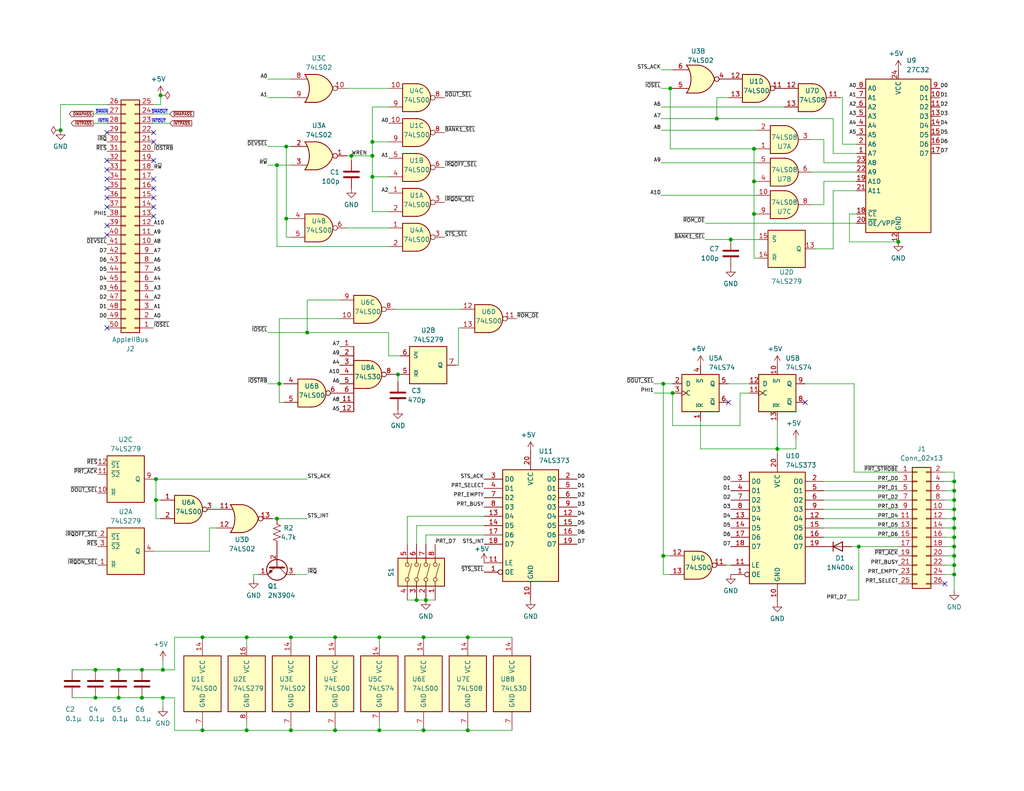
<source format=kicad_sch>
(kicad_sch (version 20230121) (generator eeschema)
  (paper "USLetter")
  (title_block (title "Orange Micro Grappler+ Printer Card") (date "2023-09-26") (rev "A") (comment 2 "captured by Mark Aikens") (comment 3 "by Orange Micro") (comment 4 "Apple II printer card"))
  (lib_symbols
    (symbol "74xx:74LS00" (pin_names (offset 1.016))
      (property "Reference" "U" (at 0 1.27 0))
      (property "Value" "74LS00" (at 0 -1.27 0))
      (symbol "74LS00_1_1"
        (pin input line (at -7.62 2.54 0) (length 3.81) (name "~") (number "1"))
        (pin input line (at -7.62 -2.54 0) (length 3.81) (name "~") (number "2"))
        (pin output inverted (at 7.62 0 180) (length 3.81) (name "~") (number "3"))
      )
      (symbol "74LS00_1_2"
        (pin input inverted (at -7.62 2.54 0) (length 4.318) (name "~") (number "1"))
        (pin input inverted (at -7.62 -2.54 0) (length 4.318) (name "~") (number "2"))
        (pin output line (at 7.62 0 180) (length 3.81) (name "~") (number "3"))
      )
      (symbol "74LS00_2_1"
        (pin input line (at -7.62 2.54 0) (length 3.81) (name "~") (number "4"))
        (pin input line (at -7.62 -2.54 0) (length 3.81) (name "~") (number "5"))
        (pin output inverted (at 7.62 0 180) (length 3.81) (name "~") (number "6"))
      )
      (symbol "74LS00_2_2"
        (pin input inverted (at -7.62 2.54 0) (length 4.318) (name "~") (number "4"))
        (pin input inverted (at -7.62 -2.54 0) (length 4.318) (name "~") (number "5"))
        (pin output line (at 7.62 0 180) (length 3.81) (name "~") (number "6"))
      )
      (symbol "74LS00_3_1"
        (pin input line (at -7.62 -2.54 0) (length 3.81) (name "~") (number "10"))
        (pin output inverted (at 7.62 0 180) (length 3.81) (name "~") (number "8"))
        (pin input line (at -7.62 2.54 0) (length 3.81) (name "~") (number "9"))
      )
      (symbol "74LS00_3_2"
        (pin input inverted (at -7.62 -2.54 0) (length 4.318) (name "~") (number "10"))
        (pin output line (at 7.62 0 180) (length 3.81) (name "~") (number "8"))
        (pin input inverted (at -7.62 2.54 0) (length 4.318) (name "~") (number "9"))
      )
      (symbol "74LS00_4_1"
        (pin output inverted (at 7.62 0 180) (length 3.81) (name "~") (number "11"))
        (pin input line (at -7.62 2.54 0) (length 3.81) (name "~") (number "12"))
        (pin input line (at -7.62 -2.54 0) (length 3.81) (name "~") (number "13"))
      )
      (symbol "74LS00_4_2"
        (pin output line (at 7.62 0 180) (length 3.81) (name "~") (number "11"))
        (pin input inverted (at -7.62 2.54 0) (length 4.318) (name "~") (number "12"))
        (pin input inverted (at -7.62 -2.54 0) (length 4.318) (name "~") (number "13"))
      )
      (symbol "74LS00_5_0"
        (pin power_in line (at 0 12.7 270) (length 5.08) (name "VCC") (number "14"))
        (pin power_in line (at 0 -12.7 90) (length 5.08) (name "GND") (number "7"))
      )
    )
    (symbol "74xx:74LS02" (pin_names (offset 1.016))
      (property "Reference" "U" (at 0 1.27 0))
      (property "Value" "74LS02" (at 0 -1.27 0))
      (symbol "74LS02_1_1"
        (pin output inverted (at 7.62 0 180) (length 3.81) (name "~") (number "1"))
        (pin input line (at -7.62 2.54 0) (length 4.318) (name "~") (number "2"))
        (pin input line (at -7.62 -2.54 0) (length 4.318) (name "~") (number "3"))
      )
      (symbol "74LS02_1_2"
        (pin output line (at 7.62 0 180) (length 3.81) (name "~") (number "1"))
        (pin input inverted (at -7.62 2.54 0) (length 3.81) (name "~") (number "2"))
        (pin input inverted (at -7.62 -2.54 0) (length 3.81) (name "~") (number "3"))
      )
      (symbol "74LS02_2_1"
        (pin output inverted (at 7.62 0 180) (length 3.81) (name "~") (number "4"))
        (pin input line (at -7.62 2.54 0) (length 4.318) (name "~") (number "5"))
        (pin input line (at -7.62 -2.54 0) (length 4.318) (name "~") (number "6"))
      )
      (symbol "74LS02_2_2"
        (pin output line (at 7.62 0 180) (length 3.81) (name "~") (number "4"))
        (pin input inverted (at -7.62 2.54 0) (length 3.81) (name "~") (number "5"))
        (pin input inverted (at -7.62 -2.54 0) (length 3.81) (name "~") (number "6"))
      )
      (symbol "74LS02_3_1"
        (pin output inverted (at 7.62 0 180) (length 3.81) (name "~") (number "10"))
        (pin input line (at -7.62 2.54 0) (length 4.318) (name "~") (number "8"))
        (pin input line (at -7.62 -2.54 0) (length 4.318) (name "~") (number "9"))
      )
      (symbol "74LS02_3_2"
        (pin output line (at 7.62 0 180) (length 3.81) (name "~") (number "10"))
        (pin input inverted (at -7.62 2.54 0) (length 3.81) (name "~") (number "8"))
        (pin input inverted (at -7.62 -2.54 0) (length 3.81) (name "~") (number "9"))
      )
      (symbol "74LS02_4_1"
        (pin input line (at -7.62 2.54 0) (length 4.318) (name "~") (number "11"))
        (pin input line (at -7.62 -2.54 0) (length 4.318) (name "~") (number "12"))
        (pin output inverted (at 7.62 0 180) (length 3.81) (name "~") (number "13"))
      )
      (symbol "74LS02_4_2"
        (pin input inverted (at -7.62 2.54 0) (length 3.81) (name "~") (number "11"))
        (pin input inverted (at -7.62 -2.54 0) (length 3.81) (name "~") (number "12"))
        (pin output line (at 7.62 0 180) (length 3.81) (name "~") (number "13"))
      )
      (symbol "74LS02_5_0"
        (pin power_in line (at 0 12.7 270) (length 5.08) (name "VCC") (number "14"))
        (pin power_in line (at 0 -12.7 90) (length 5.08) (name "GND") (number "7"))
      )
    )
    (symbol "74xx:74LS08" (pin_names (offset 1.016))
      (property "Reference" "U" (at 0 1.27 0))
      (property "Value" "74LS08" (at 0 -1.27 0))
      (symbol "74LS08_1_1"
        (pin input line (at -7.62 2.54 0) (length 3.81) (name "~") (number "1"))
        (pin input line (at -7.62 -2.54 0) (length 3.81) (name "~") (number "2"))
        (pin output line (at 7.62 0 180) (length 3.81) (name "~") (number "3"))
      )
      (symbol "74LS08_1_2"
        (pin input inverted (at -7.62 2.54 0) (length 4.318) (name "~") (number "1"))
        (pin input inverted (at -7.62 -2.54 0) (length 4.318) (name "~") (number "2"))
        (pin output inverted (at 7.62 0 180) (length 3.81) (name "~") (number "3"))
      )
      (symbol "74LS08_2_1"
        (pin input line (at -7.62 2.54 0) (length 3.81) (name "~") (number "4"))
        (pin input line (at -7.62 -2.54 0) (length 3.81) (name "~") (number "5"))
        (pin output line (at 7.62 0 180) (length 3.81) (name "~") (number "6"))
      )
      (symbol "74LS08_2_2"
        (pin input inverted (at -7.62 2.54 0) (length 4.318) (name "~") (number "4"))
        (pin input inverted (at -7.62 -2.54 0) (length 4.318) (name "~") (number "5"))
        (pin output inverted (at 7.62 0 180) (length 3.81) (name "~") (number "6"))
      )
      (symbol "74LS08_3_1"
        (pin input line (at -7.62 -2.54 0) (length 3.81) (name "~") (number "10"))
        (pin output line (at 7.62 0 180) (length 3.81) (name "~") (number "8"))
        (pin input line (at -7.62 2.54 0) (length 3.81) (name "~") (number "9"))
      )
      (symbol "74LS08_3_2"
        (pin input inverted (at -7.62 -2.54 0) (length 4.318) (name "~") (number "10"))
        (pin output inverted (at 7.62 0 180) (length 3.81) (name "~") (number "8"))
        (pin input inverted (at -7.62 2.54 0) (length 4.318) (name "~") (number "9"))
      )
      (symbol "74LS08_4_1"
        (pin output line (at 7.62 0 180) (length 3.81) (name "~") (number "11"))
        (pin input line (at -7.62 2.54 0) (length 3.81) (name "~") (number "12"))
        (pin input line (at -7.62 -2.54 0) (length 3.81) (name "~") (number "13"))
      )
      (symbol "74LS08_4_2"
        (pin output inverted (at 7.62 0 180) (length 3.81) (name "~") (number "11"))
        (pin input inverted (at -7.62 2.54 0) (length 4.318) (name "~") (number "12"))
        (pin input inverted (at -7.62 -2.54 0) (length 4.318) (name "~") (number "13"))
      )
      (symbol "74LS08_5_0"
        (pin power_in line (at 0 12.7 270) (length 5.08) (name "VCC") (number "14"))
        (pin power_in line (at 0 -12.7 90) (length 5.08) (name "GND") (number "7"))
      )
    )
    (symbol "74xx:74LS30" (pin_names (offset 1.016))
      (property "Reference" "U" (at 0 1.27 0))
      (property "Value" "74LS30" (at 0 -1.27 0))
      (symbol "74LS30_1_1"
        (pin input line (at -7.62 7.62 0) (length 3.81) (name "~") (number "1"))
        (pin input line (at -7.62 -7.62 0) (length 3.81) (name "~") (number "11"))
        (pin input line (at -7.62 -10.16 0) (length 3.81) (name "~") (number "12"))
        (pin input line (at -7.62 5.08 0) (length 3.81) (name "~") (number "2"))
        (pin input line (at -7.62 2.54 0) (length 3.81) (name "~") (number "3"))
        (pin input line (at -7.62 0 0) (length 3.81) (name "~") (number "4"))
        (pin input line (at -7.62 -2.54 0) (length 3.81) (name "~") (number "5"))
        (pin input line (at -7.62 -5.08 0) (length 3.81) (name "~") (number "6"))
        (pin output inverted (at 7.62 0 180) (length 3.81) (name "~") (number "8"))
      )
      (symbol "74LS30_1_2"
        (pin input inverted (at -7.62 7.62 0) (length 3.81) (name "~") (number "1"))
        (pin input inverted (at -7.62 -7.62 0) (length 3.81) (name "~") (number "11"))
        (pin input inverted (at -7.62 -10.16 0) (length 3.81) (name "~") (number "12"))
        (pin input inverted (at -7.62 5.08 0) (length 3.81) (name "~") (number "2"))
        (pin input inverted (at -7.62 2.54 0) (length 4.5466) (name "~") (number "3"))
        (pin input inverted (at -7.62 0 0) (length 5.08) (name "~") (number "4"))
        (pin input inverted (at -7.62 -2.54 0) (length 4.5466) (name "~") (number "5"))
        (pin input inverted (at -7.62 -5.08 0) (length 3.81) (name "~") (number "6"))
        (pin output line (at 7.62 0 180) (length 3.81) (name "~") (number "8"))
      )
      (symbol "74LS30_2_0"
        (pin power_in line (at 0 12.7 270) (length 5.08) (name "VCC") (number "14"))
        (pin power_in line (at 0 -12.7 90) (length 5.08) (name "GND") (number "7"))
      )
    )
    (symbol "74xx:74LS373"
      (property "Reference" "U" (at -7.62 16.51 0))
      (property "Value" "74LS373" (at -7.62 -16.51 0))
      (symbol "74LS373_1_0"
        (pin input inverted (at -12.7 -12.7 0) (length 5.08) (name "OE") (number "1"))
        (pin power_in line (at 0 -20.32 90) (length 5.08) (name "GND") (number "10"))
        (pin input line (at -12.7 -10.16 0) (length 5.08) (name "LE") (number "11"))
        (pin tri_state line (at 12.7 2.54 180) (length 5.08) (name "O4") (number "12"))
        (pin input line (at -12.7 2.54 0) (length 5.08) (name "D4") (number "13"))
        (pin input line (at -12.7 0 0) (length 5.08) (name "D5") (number "14"))
        (pin tri_state line (at 12.7 0 180) (length 5.08) (name "O5") (number "15"))
        (pin tri_state line (at 12.7 -2.54 180) (length 5.08) (name "O6") (number "16"))
        (pin input line (at -12.7 -2.54 0) (length 5.08) (name "D6") (number "17"))
        (pin input line (at -12.7 -5.08 0) (length 5.08) (name "D7") (number "18"))
        (pin tri_state line (at 12.7 -5.08 180) (length 5.08) (name "O7") (number "19"))
        (pin tri_state line (at 12.7 12.7 180) (length 5.08) (name "O0") (number "2"))
        (pin power_in line (at 0 20.32 270) (length 5.08) (name "VCC") (number "20"))
        (pin input line (at -12.7 12.7 0) (length 5.08) (name "D0") (number "3"))
        (pin input line (at -12.7 10.16 0) (length 5.08) (name "D1") (number "4"))
        (pin tri_state line (at 12.7 10.16 180) (length 5.08) (name "O1") (number "5"))
        (pin tri_state line (at 12.7 7.62 180) (length 5.08) (name "O2") (number "6"))
        (pin input line (at -12.7 7.62 0) (length 5.08) (name "D2") (number "7"))
        (pin input line (at -12.7 5.08 0) (length 5.08) (name "D3") (number "8"))
        (pin tri_state line (at 12.7 5.08 180) (length 5.08) (name "O3") (number "9"))
      )
    )
    (symbol "74xx:74LS74" (pin_names (offset 1.016))
      (property "Reference" "U" (at -7.62 8.89 0))
      (property "Value" "74LS74" (at -7.62 -8.89 0))
      (symbol "74LS74_1_0"
        (pin input line (at 0 -7.62 90) (length 2.54) (name "~{R}") (number "1"))
        (pin input line (at -7.62 2.54 0) (length 2.54) (name "D") (number "2"))
        (pin input clock (at -7.62 0 0) (length 2.54) (name "C") (number "3"))
        (pin input line (at 0 7.62 270) (length 2.54) (name "~{S}") (number "4"))
        (pin output line (at 7.62 2.54 180) (length 2.54) (name "Q") (number "5"))
        (pin output line (at 7.62 -2.54 180) (length 2.54) (name "~{Q}") (number "6"))
      )
      (symbol "74LS74_2_0"
        (pin input line (at 0 7.62 270) (length 2.54) (name "~{S}") (number "10"))
        (pin input clock (at -7.62 0 0) (length 2.54) (name "C") (number "11"))
        (pin input line (at -7.62 2.54 0) (length 2.54) (name "D") (number "12"))
        (pin input line (at 0 -7.62 90) (length 2.54) (name "~{R}") (number "13"))
        (pin output line (at 7.62 -2.54 180) (length 2.54) (name "~{Q}") (number "8"))
        (pin output line (at 7.62 2.54 180) (length 2.54) (name "Q") (number "9"))
      )
      (symbol "74LS74_3_0"
        (pin power_in line (at 0 10.16 270) (length 2.54) (name "VCC") (number "14"))
        (pin power_in line (at 0 -10.16 90) (length 2.54) (name "GND") (number "7"))
      )
    )
    (symbol "Connector_Generic:Conn_02x13_Odd_Even" (pin_names (offset 1.016) hide)
      (property "Reference" "J" (at 1.27 17.78 0))
      (property "Value" "Conn_02x13_Odd_Even" (at 1.27 -17.78 0))
      (symbol "Conn_02x13_Odd_Even_1_1"
        (pin passive line (at -5.08 15.24 0) (length 3.81) (name "Pin_1") (number "1"))
        (pin passive line (at 7.62 5.08 180) (length 3.81) (name "Pin_10") (number "10"))
        (pin passive line (at -5.08 2.54 0) (length 3.81) (name "Pin_11") (number "11"))
        (pin passive line (at 7.62 2.54 180) (length 3.81) (name "Pin_12") (number "12"))
        (pin passive line (at -5.08 0 0) (length 3.81) (name "Pin_13") (number "13"))
        (pin passive line (at 7.62 0 180) (length 3.81) (name "Pin_14") (number "14"))
        (pin passive line (at -5.08 -2.54 0) (length 3.81) (name "Pin_15") (number "15"))
        (pin passive line (at 7.62 -2.54 180) (length 3.81) (name "Pin_16") (number "16"))
        (pin passive line (at -5.08 -5.08 0) (length 3.81) (name "Pin_17") (number "17"))
        (pin passive line (at 7.62 -5.08 180) (length 3.81) (name "Pin_18") (number "18"))
        (pin passive line (at -5.08 -7.62 0) (length 3.81) (name "Pin_19") (number "19"))
        (pin passive line (at 7.62 15.24 180) (length 3.81) (name "Pin_2") (number "2"))
        (pin passive line (at 7.62 -7.62 180) (length 3.81) (name "Pin_20") (number "20"))
        (pin passive line (at -5.08 -10.16 0) (length 3.81) (name "Pin_21") (number "21"))
        (pin passive line (at 7.62 -10.16 180) (length 3.81) (name "Pin_22") (number "22"))
        (pin passive line (at -5.08 -12.7 0) (length 3.81) (name "Pin_23") (number "23"))
        (pin passive line (at 7.62 -12.7 180) (length 3.81) (name "Pin_24") (number "24"))
        (pin passive line (at -5.08 -15.24 0) (length 3.81) (name "Pin_25") (number "25"))
        (pin passive line (at 7.62 -15.24 180) (length 3.81) (name "Pin_26") (number "26"))
        (pin passive line (at -5.08 12.7 0) (length 3.81) (name "Pin_3") (number "3"))
        (pin passive line (at 7.62 12.7 180) (length 3.81) (name "Pin_4") (number "4"))
        (pin passive line (at -5.08 10.16 0) (length 3.81) (name "Pin_5") (number "5"))
        (pin passive line (at 7.62 10.16 180) (length 3.81) (name "Pin_6") (number "6"))
        (pin passive line (at -5.08 7.62 0) (length 3.81) (name "Pin_7") (number "7"))
        (pin passive line (at 7.62 7.62 180) (length 3.81) (name "Pin_8") (number "8"))
        (pin passive line (at -5.08 5.08 0) (length 3.81) (name "Pin_9") (number "9"))
      )
    )
    (symbol "Connector_Generic:Conn_02x25_Counter_Clockwise" (pin_names (offset 1.016) hide)
      (property "Reference" "J" (at 1.27 33.02 0))
      (property "Value" "Conn_02x25_Counter_Clockwise" (at 1.27 -33.02 0))
      (symbol "Conn_02x25_Counter_Clockwise_1_1"
        (pin passive line (at -5.08 30.48 0) (length 3.81) (name "Pin_1") (number "1"))
        (pin passive line (at -5.08 7.62 0) (length 3.81) (name "Pin_10") (number "10"))
        (pin passive line (at -5.08 5.08 0) (length 3.81) (name "Pin_11") (number "11"))
        (pin passive line (at -5.08 2.54 0) (length 3.81) (name "Pin_12") (number "12"))
        (pin passive line (at -5.08 0 0) (length 3.81) (name "Pin_13") (number "13"))
        (pin passive line (at -5.08 -2.54 0) (length 3.81) (name "Pin_14") (number "14"))
        (pin passive line (at -5.08 -5.08 0) (length 3.81) (name "Pin_15") (number "15"))
        (pin passive line (at -5.08 -7.62 0) (length 3.81) (name "Pin_16") (number "16"))
        (pin passive line (at -5.08 -10.16 0) (length 3.81) (name "Pin_17") (number "17"))
        (pin passive line (at -5.08 -12.7 0) (length 3.81) (name "Pin_18") (number "18"))
        (pin passive line (at -5.08 -15.24 0) (length 3.81) (name "Pin_19") (number "19"))
        (pin passive line (at -5.08 27.94 0) (length 3.81) (name "Pin_2") (number "2"))
        (pin passive line (at -5.08 -17.78 0) (length 3.81) (name "Pin_20") (number "20"))
        (pin passive line (at -5.08 -20.32 0) (length 3.81) (name "Pin_21") (number "21"))
        (pin passive line (at -5.08 -22.86 0) (length 3.81) (name "Pin_22") (number "22"))
        (pin passive line (at -5.08 -25.4 0) (length 3.81) (name "Pin_23") (number "23"))
        (pin passive line (at -5.08 -27.94 0) (length 3.81) (name "Pin_24") (number "24"))
        (pin passive line (at -5.08 -30.48 0) (length 3.81) (name "Pin_25") (number "25"))
        (pin passive line (at 7.62 -30.48 180) (length 3.81) (name "Pin_26") (number "26"))
        (pin passive line (at 7.62 -27.94 180) (length 3.81) (name "Pin_27") (number "27"))
        (pin passive line (at 7.62 -25.4 180) (length 3.81) (name "Pin_28") (number "28"))
        (pin passive line (at 7.62 -22.86 180) (length 3.81) (name "Pin_29") (number "29"))
        (pin passive line (at -5.08 25.4 0) (length 3.81) (name "Pin_3") (number "3"))
        (pin passive line (at 7.62 -20.32 180) (length 3.81) (name "Pin_30") (number "30"))
        (pin passive line (at 7.62 -17.78 180) (length 3.81) (name "Pin_31") (number "31"))
        (pin passive line (at 7.62 -15.24 180) (length 3.81) (name "Pin_32") (number "32"))
        (pin passive line (at 7.62 -12.7 180) (length 3.81) (name "Pin_33") (number "33"))
        (pin passive line (at 7.62 -10.16 180) (length 3.81) (name "Pin_34") (number "34"))
        (pin passive line (at 7.62 -7.62 180) (length 3.81) (name "Pin_35") (number "35"))
        (pin passive line (at 7.62 -5.08 180) (length 3.81) (name "Pin_36") (number "36"))
        (pin passive line (at 7.62 -2.54 180) (length 3.81) (name "Pin_37") (number "37"))
        (pin passive line (at 7.62 0 180) (length 3.81) (name "Pin_38") (number "38"))
        (pin passive line (at 7.62 2.54 180) (length 3.81) (name "Pin_39") (number "39"))
        (pin passive line (at -5.08 22.86 0) (length 3.81) (name "Pin_4") (number "4"))
        (pin passive line (at 7.62 5.08 180) (length 3.81) (name "Pin_40") (number "40"))
        (pin passive line (at 7.62 7.62 180) (length 3.81) (name "Pin_41") (number "41"))
        (pin passive line (at 7.62 10.16 180) (length 3.81) (name "Pin_42") (number "42"))
        (pin passive line (at 7.62 12.7 180) (length 3.81) (name "Pin_43") (number "43"))
        (pin passive line (at 7.62 15.24 180) (length 3.81) (name "Pin_44") (number "44"))
        (pin passive line (at 7.62 17.78 180) (length 3.81) (name "Pin_45") (number "45"))
        (pin passive line (at 7.62 20.32 180) (length 3.81) (name "Pin_46") (number "46"))
        (pin passive line (at 7.62 22.86 180) (length 3.81) (name "Pin_47") (number "47"))
        (pin passive line (at 7.62 25.4 180) (length 3.81) (name "Pin_48") (number "48"))
        (pin passive line (at 7.62 27.94 180) (length 3.81) (name "Pin_49") (number "49"))
        (pin passive line (at -5.08 20.32 0) (length 3.81) (name "Pin_5") (number "5"))
        (pin passive line (at 7.62 30.48 180) (length 3.81) (name "Pin_50") (number "50"))
        (pin passive line (at -5.08 17.78 0) (length 3.81) (name "Pin_6") (number "6"))
        (pin passive line (at -5.08 15.24 0) (length 3.81) (name "Pin_7") (number "7"))
        (pin passive line (at -5.08 12.7 0) (length 3.81) (name "Pin_8") (number "8"))
        (pin passive line (at -5.08 10.16 0) (length 3.81) (name "Pin_9") (number "9"))
      )
    )
    (symbol "Device:C" (pin_numbers hide) (pin_names (offset 0.254))
      (property "Reference" "C" (at 0.635 2.54 0))
      (property "Value" "C" (at 0.635 -2.54 0))
      (symbol "C_1_1"
        (pin passive line (at 0 3.81 270) (length 2.794) (name "~") (number "1"))
        (pin passive line (at 0 -3.81 90) (length 2.794) (name "~") (number "2"))
      )
    )
    (symbol "Device:D" (pin_numbers hide) (pin_names (offset 1.016) hide)
      (property "Reference" "D" (at 0 2.54 0))
      (property "Value" "D" (at 0 -2.54 0))
      (symbol "D_1_1"
        (pin passive line (at -3.81 0 0) (length 2.54) (name "K") (number "1"))
        (pin passive line (at 3.81 0 180) (length 2.54) (name "A") (number "2"))
      )
    )
    (symbol "Device:R_US" (pin_numbers hide) (pin_names (offset 0))
      (property "Reference" "R" (at 2.54 0 90))
      (property "Value" "R_US" (at -2.54 0 90))
      (symbol "R_US_1_1"
        (pin passive line (at 0 3.81 270) (length 1.27) (name "~") (number "1"))
        (pin passive line (at 0 -3.81 90) (length 1.27) (name "~") (number "2"))
      )
    )
    (symbol "Logic:74LS279" (pin_names (offset 1.016))
      (property "Reference" "U" (at -10.16 7.62 0))
      (property "Value" "74LS279" (at -7.62 -8.89 0))
      (symbol "74LS279_1_0"
        (pin input line (at -7.62 -3.81 0) (length 2.54) (name "~{R}") (number "1"))
        (pin input line (at -7.62 3.81 0) (length 2.54) (name "~{S1}") (number "2"))
        (pin input line (at -7.62 1.27 0) (length 2.54) (name "~{S2}") (number "3"))
        (pin output line (at 7.62 0 180) (length 2.54) (name "Q") (number "4"))
      )
      (symbol "74LS279_2_0"
        (pin input line (at -7.62 -2.54 0) (length 2.54) (name "~{R}") (number "5"))
        (pin input line (at -7.62 2.54 0) (length 2.54) (name "~{S}") (number "6"))
        (pin output line (at 7.62 0 180) (length 2.54) (name "Q") (number "7"))
      )
      (symbol "74LS279_3_0"
        (pin input line (at -7.62 -3.81 0) (length 2.54) (name "~{R}") (number "10"))
        (pin input line (at -7.62 1.27 0) (length 2.54) (name "~{S2}") (number "11"))
        (pin input line (at -7.62 3.81 0) (length 2.54) (name "~{S1}") (number "12"))
        (pin output line (at 7.62 0 180) (length 2.54) (name "Q") (number "9"))
      )
      (symbol "74LS279_4_0"
        (pin output line (at 7.62 0 180) (length 2.54) (name "Q") (number "13"))
        (pin input line (at -7.62 -2.54 0) (length 2.54) (name "~{R}") (number "14"))
        (pin input line (at -7.62 2.54 0) (length 2.54) (name "~{S}") (number "15"))
      )
      (symbol "74LS279_5_0"
        (pin power_in line (at 0 10.16 270) (length 2.54) (name "VCC") (number "16"))
        (pin power_in line (at 0 -10.16 90) (length 2.54) (name "GND") (number "8"))
      )
    )
    (symbol "Memory:27C32"
      (property "Reference" "U" (at -7.62 24.13 0))
      (property "Value" "27C32" (at 2.54 -20.32 0))
      (symbol "27C32_1_1"
        (pin input line (at -10.16 2.54 0) (length 2.54) (name "A7") (number "1"))
        (pin tri_state line (at 12.7 17.78 180) (length 2.54) (name "D1") (number "10"))
        (pin tri_state line (at 12.7 15.24 180) (length 2.54) (name "D2") (number "11"))
        (pin power_in line (at 1.27 -21.59 90) (length 2.54) (name "GND") (number "12"))
        (pin tri_state line (at 12.7 12.7 180) (length 2.54) (name "D3") (number "13"))
        (pin tri_state line (at 12.7 10.16 180) (length 2.54) (name "D4") (number "14"))
        (pin tri_state line (at 12.7 7.62 180) (length 2.54) (name "D5") (number "15"))
        (pin tri_state line (at 12.7 5.08 180) (length 2.54) (name "D6") (number "16"))
        (pin tri_state line (at 12.7 2.54 180) (length 2.54) (name "D7") (number "17"))
        (pin input line (at -10.16 -13.97 0) (length 2.54) (name "~{CE}") (number "18"))
        (pin input line (at -10.16 -5.08 0) (length 2.54) (name "A10") (number "19"))
        (pin input line (at -10.16 5.08 0) (length 2.54) (name "A6") (number "2"))
        (pin input line (at -10.16 -16.51 0) (length 2.54) (name "~{OE}/VPP") (number "20"))
        (pin input line (at -10.16 -7.62 0) (length 2.54) (name "A11") (number "21"))
        (pin input line (at -10.16 -2.54 0) (length 2.54) (name "A9") (number "22"))
        (pin input line (at -10.16 0 0) (length 2.54) (name "A8") (number "23"))
        (pin power_in line (at 1.27 25.4 270) (length 2.54) (name "VCC") (number "24"))
        (pin input line (at -10.16 7.62 0) (length 2.54) (name "A5") (number "3"))
        (pin input line (at -10.16 10.16 0) (length 2.54) (name "A4") (number "4"))
        (pin input line (at -10.16 12.7 0) (length 2.54) (name "A3") (number "5"))
        (pin input line (at -10.16 15.24 0) (length 2.54) (name "A2") (number "6"))
        (pin input line (at -10.16 17.78 0) (length 2.54) (name "A1") (number "7"))
        (pin input line (at -10.16 20.32 0) (length 2.54) (name "A0") (number "8"))
        (pin tri_state line (at 12.7 20.32 180) (length 2.54) (name "D0") (number "9"))
      )
    )
    (symbol "Switch:SW_DIP_x04" (pin_names (offset 0) hide)
      (property "Reference" "SW" (at 0 8.89 0))
      (property "Value" "SW_DIP_x04" (at 0 -6.35 0))
      (symbol "SW_DIP_x04_1_1"
        (pin passive line (at -7.62 5.08 0) (length 5.08) (name "~") (number "1"))
        (pin passive line (at -7.62 2.54 0) (length 5.08) (name "~") (number "2"))
        (pin passive line (at -7.62 0 0) (length 5.08) (name "~") (number "3"))
        (pin passive line (at -7.62 -2.54 0) (length 5.08) (name "~") (number "4"))
        (pin passive line (at 7.62 -2.54 180) (length 5.08) (name "~") (number "5"))
        (pin passive line (at 7.62 0 180) (length 5.08) (name "~") (number "6"))
        (pin passive line (at 7.62 2.54 180) (length 5.08) (name "~") (number "7"))
        (pin passive line (at 7.62 5.08 180) (length 5.08) (name "~") (number "8"))
      )
    )
    (symbol "Transistor_BJT:2N3904" (pin_names (offset 0) hide)
      (property "Reference" "Q" (at 5.08 1.905 0))
      (property "Value" "2N3904" (at 5.08 0 0))
      (symbol "2N3904_1_1"
        (pin passive line (at 2.54 -5.08 90) (length 2.54) (name "E") (number "1"))
        (pin passive line (at -5.08 0 0) (length 5.715) (name "B") (number "2"))
        (pin passive line (at 2.54 5.08 270) (length 2.54) (name "C") (number "3"))
      )
    )
    (symbol "power:+5V" (power) (pin_names (offset 0))
      (property "Value" "+5V" (at 0 3.556 0))
      (symbol "+5V_1_1"
        (pin power_in line (at 0 0 90) (length 0) hide (name "+5V") (number "1"))
      )
    )
    (symbol "power:GND" (power) (pin_names (offset 0))
      (property "Value" "GND" (at 0 -3.81 0))
      (symbol "GND_1_1"
        (pin power_in line (at 0 0 270) (length 0) hide (name "GND") (number "1"))
      )
    )
    (symbol "power:PWR_FLAG" (power) (pin_numbers hide) (pin_names (offset 0) hide)
      (property "Value" "PWR_FLAG" (at 0 3.81 0))
      (symbol "PWR_FLAG_0_0"
        (pin power_out line (at 0 0 90) (length 0) (name "pwr") (number "1"))
      )
    )
  )
  (junction (at 55.245 199.39))
  (junction (at 260.35 154.305))
  (junction (at 127.635 173.99))
  (junction (at 75.565 45.085))
  (junction (at 43.815 26.035))
  (junction (at 260.35 136.525))
  (junction (at 44.45 182.88))
  (junction (at 103.505 173.99))
  (junction (at 42.545 136.525))
  (junction (at 103.505 199.39))
  (junction (at 67.31 173.99))
  (junction (at 127.635 199.39))
  (junction (at 32.385 190.5))
  (junction (at 101.6 42.545))
  (junction (at 108.585 102.235))
  (junction (at 260.35 133.985))
  (junction (at 260.35 139.065))
  (junction (at 55.245 173.99))
  (junction (at 205.74 58.42))
  (junction (at 260.35 149.225))
  (junction (at 260.35 151.765))
  (junction (at 182.88 24.13))
  (junction (at 113.665 163.83))
  (junction (at 32.385 182.88))
  (junction (at 76.2 104.775))
  (junction (at 91.44 199.39))
  (junction (at 180.975 151.765))
  (junction (at 67.31 199.39))
  (junction (at 116.205 163.83))
  (junction (at 101.6 48.26))
  (junction (at 26.035 190.5))
  (junction (at 199.39 65.405))
  (junction (at 115.57 173.99))
  (junction (at 212.09 122.555))
  (junction (at 78.105 40.005))
  (junction (at 44.45 190.5))
  (junction (at 260.35 131.445))
  (junction (at 95.885 42.545))
  (junction (at 75.565 141.605))
  (junction (at 180.975 104.775))
  (junction (at 245.11 66.04))
  (junction (at 79.375 199.39))
  (junction (at 26.035 182.88))
  (junction (at 205.74 40.64))
  (junction (at 260.35 146.685))
  (junction (at 234.315 149.225))
  (junction (at 78.105 59.69))
  (junction (at 195.58 32.385))
  (junction (at 79.375 173.99))
  (junction (at 16.51 35.56))
  (junction (at 101.6 38.735))
  (junction (at 83.82 90.805))
  (junction (at 115.57 199.39))
  (junction (at 205.74 49.53))
  (junction (at 260.35 144.145))
  (junction (at 38.735 190.5))
  (junction (at 260.35 141.605))
  (junction (at 183.515 107.315))
  (junction (at 42.545 130.81))
  (junction (at 38.735 182.88))
  (junction (at 91.44 173.99))
  (junction (at 260.35 156.845))
  (no_connect (at 257.81 159.385))
  (no_connect (at 29.21 43.815))
  (no_connect (at 29.21 48.895))
  (no_connect (at 41.91 59.055))
  (no_connect (at 29.21 89.535))
  (no_connect (at 29.21 53.975))
  (no_connect (at 29.21 61.595))
  (no_connect (at 219.71 109.855))
  (no_connect (at 29.21 64.135))
  (no_connect (at 41.91 56.515))
  (no_connect (at 29.21 51.435))
  (no_connect (at 198.755 109.855))
  (no_connect (at 29.21 56.515))
  (no_connect (at 41.91 43.815))
  (no_connect (at 41.91 51.435))
  (no_connect (at 41.91 36.195))
  (no_connect (at 41.91 38.735))
  (no_connect (at 29.21 36.195))
  (no_connect (at 41.91 48.895))
  (no_connect (at 29.21 46.355))
  (no_connect (at 41.91 53.975))
  (wire (pts (xy 180.34 19.05) (xy 183.515 19.05)))
  (wire (pts (xy 180.34 32.385) (xy 195.58 32.385)))
  (wire (pts (xy 127.635 173.99) (xy 139.7 173.99)))
  (wire (pts (xy 180.34 24.13) (xy 182.88 24.13)))
  (wire (pts (xy 106.045 90.805) (xy 106.045 97.155)))
  (wire (pts (xy 231.775 58.42) (xy 231.775 66.04)))
  (wire (pts (xy 191.135 122.555) (xy 191.135 114.935)))
  (wire (pts (xy 180.975 104.775) (xy 180.975 151.765)))
  (wire (pts (xy 232.41 149.225) (xy 234.315 149.225)))
  (wire (pts (xy 111.125 140.97) (xy 132.08 140.97)))
  (wire (pts (xy 77.47 104.775) (xy 76.2 104.775)))
  (wire (pts (xy 41.91 130.81) (xy 42.545 130.81)))
  (wire (pts (xy 260.35 139.065) (xy 260.35 141.605)))
  (wire (pts (xy 103.505 199.39) (xy 103.505 196.85)))
  (wire (pts (xy 103.505 199.39) (xy 115.57 199.39)))
  (wire (pts (xy 95.885 42.545) (xy 95.885 43.815)))
  (wire (pts (xy 73.025 90.805) (xy 83.82 90.805)))
  (wire (pts (xy 212.09 122.555) (xy 212.09 123.825)))
  (wire (pts (xy 227.33 32.385) (xy 227.33 41.91)))
  (wire (pts (xy 127.635 199.39) (xy 139.7 199.39)))
  (wire (pts (xy 76.2 109.855) (xy 76.2 104.775)))
  (wire (pts (xy 257.81 139.065) (xy 260.35 139.065)))
  (wire (pts (xy 101.6 38.735) (xy 106.045 38.735)))
  (wire (pts (xy 125.095 89.535) (xy 125.095 99.695)))
  (wire (pts (xy 69.215 156.845) (xy 69.215 158.115)))
  (wire (pts (xy 224.79 131.445) (xy 245.11 131.445)))
  (wire (pts (xy 224.79 136.525) (xy 245.11 136.525)))
  (wire (pts (xy 55.245 173.99) (xy 67.31 173.99)))
  (wire (pts (xy 227.33 67.945) (xy 222.25 67.945)))
  (wire (pts (xy 201.93 107.315) (xy 204.47 107.315)))
  (wire (pts (xy 257.81 133.985) (xy 260.35 133.985)))
  (wire (pts (xy 103.505 173.99) (xy 103.505 176.53)))
  (wire (pts (xy 182.88 40.64) (xy 205.74 40.64)))
  (wire (pts (xy 83.82 156.845) (xy 80.645 156.845)))
  (wire (pts (xy 199.39 65.405) (xy 207.01 65.405)))
  (wire (pts (xy 260.35 136.525) (xy 260.35 139.065)))
  (wire (pts (xy 79.375 199.39) (xy 91.44 199.39)))
  (wire (pts (xy 95.885 42.545) (xy 101.6 42.545)))
  (wire (pts (xy 79.375 173.99) (xy 67.31 173.99)))
  (wire (pts (xy 260.35 128.905) (xy 260.35 131.445)))
  (wire (pts (xy 47.625 190.5) (xy 47.625 199.39)))
  (wire (pts (xy 106.045 48.26) (xy 101.6 48.26)))
  (wire (pts (xy 221.615 46.99) (xy 233.68 46.99)))
  (wire (pts (xy 73.025 104.775) (xy 76.2 104.775)))
  (wire (pts (xy 94.615 42.545) (xy 95.885 42.545)))
  (wire (pts (xy 227.33 52.07) (xy 233.68 52.07)))
  (wire (pts (xy 101.6 42.545) (xy 101.6 38.735)))
  (wire (pts (xy 111.125 140.97) (xy 111.125 148.59)))
  (wire (pts (xy 74.295 141.605) (xy 75.565 141.605)))
  (wire (pts (xy 233.68 58.42) (xy 231.775 58.42)))
  (wire (pts (xy 257.81 151.765) (xy 260.35 151.765)))
  (wire (pts (xy 178.435 104.775) (xy 180.975 104.775)))
  (wire (pts (xy 116.205 146.05) (xy 116.205 148.59)))
  (wire (pts (xy 257.81 141.605) (xy 260.35 141.605)))
  (wire (pts (xy 67.31 199.39) (xy 67.31 196.85)))
  (wire (pts (xy 183.515 107.315) (xy 183.515 116.205)))
  (wire (pts (xy 32.385 190.5) (xy 38.735 190.5)))
  (wire (pts (xy 116.205 163.83) (xy 113.665 163.83)))
  (wire (pts (xy 180.34 35.56) (xy 206.375 35.56)))
  (wire (pts (xy 101.6 48.26) (xy 101.6 42.545)))
  (wire (pts (xy 205.74 58.42) (xy 205.74 70.485)))
  (wire (pts (xy 32.385 182.88) (xy 38.735 182.88)))
  (wire (pts (xy 229.235 26.67) (xy 229.87 26.67)))
  (wire (pts (xy 109.22 102.235) (xy 108.585 102.235)))
  (wire (pts (xy 201.93 107.315) (xy 201.93 116.205)))
  (wire (pts (xy 73.025 21.59) (xy 79.375 21.59)))
  (wire (pts (xy 94.615 24.13) (xy 106.045 24.13)))
  (wire (pts (xy 221.615 55.88) (xy 224.79 55.88)))
  (wire (pts (xy 180.34 44.45) (xy 206.375 44.45)))
  (wire (pts (xy 107.95 84.455) (xy 125.73 84.455)))
  (wire (pts (xy 260.35 151.765) (xy 260.35 154.305)))
  (wire (pts (xy 113.665 143.51) (xy 132.08 143.51)))
  (wire (pts (xy 25.4 31.115) (xy 29.21 31.115)))
  (wire (pts (xy 57.15 144.145) (xy 59.055 144.145)))
  (wire (pts (xy 116.205 146.05) (xy 132.08 146.05)))
  (wire (pts (xy 227.33 52.07) (xy 227.33 67.945)))
  (wire (pts (xy 260.35 156.845) (xy 260.35 161.29)))
  (wire (pts (xy 224.79 133.985) (xy 245.11 133.985)))
  (wire (pts (xy 217.17 122.555) (xy 212.09 122.555)))
  (wire (pts (xy 91.44 173.99) (xy 103.505 173.99)))
  (wire (pts (xy 257.81 146.685) (xy 260.35 146.685)))
  (wire (pts (xy 205.74 70.485) (xy 207.01 70.485)))
  (wire (pts (xy 75.565 67.31) (xy 106.045 67.31)))
  (wire (pts (xy 42.545 130.81) (xy 42.545 136.525)))
  (wire (pts (xy 42.545 130.81) (xy 83.82 130.81)))
  (wire (pts (xy 260.35 131.445) (xy 260.35 133.985)))
  (wire (pts (xy 118.745 163.83) (xy 116.205 163.83)))
  (wire (pts (xy 195.58 32.385) (xy 227.33 32.385)))
  (wire (pts (xy 260.35 144.145) (xy 260.35 146.685)))
  (wire (pts (xy 224.79 146.685) (xy 245.11 146.685)))
  (wire (pts (xy 224.79 38.1) (xy 221.615 38.1)))
  (wire (pts (xy 44.45 190.5) (xy 47.625 190.5)))
  (wire (pts (xy 195.58 26.67) (xy 195.58 32.385)))
  (wire (pts (xy 47.625 199.39) (xy 55.245 199.39)))
  (wire (pts (xy 57.15 150.495) (xy 57.15 144.145)))
  (wire (pts (xy 78.105 59.69) (xy 79.375 59.69)))
  (wire (pts (xy 78.105 40.005) (xy 79.375 40.005)))
  (wire (pts (xy 41.91 31.115) (xy 46.355 31.115)))
  (wire (pts (xy 25.4 33.655) (xy 29.21 33.655)))
  (wire (pts (xy 206.375 40.64) (xy 205.74 40.64)))
  (wire (pts (xy 42.545 136.525) (xy 43.815 136.525)))
  (wire (pts (xy 231.14 163.83) (xy 234.315 163.83)))
  (wire (pts (xy 42.545 141.605) (xy 43.815 141.605)))
  (wire (pts (xy 67.31 199.39) (xy 79.375 199.39)))
  (wire (pts (xy 212.09 114.935) (xy 212.09 122.555)))
  (wire (pts (xy 260.35 141.605) (xy 260.35 144.145)))
  (wire (pts (xy 125.095 99.695) (xy 124.46 99.695)))
  (wire (pts (xy 106.045 29.21) (xy 101.6 29.21)))
  (wire (pts (xy 43.815 26.035) (xy 43.815 28.575)))
  (wire (pts (xy 73.025 40.005) (xy 78.105 40.005)))
  (wire (pts (xy 229.87 39.37) (xy 233.68 39.37)))
  (wire (pts (xy 192.405 60.96) (xy 233.68 60.96)))
  (wire (pts (xy 108.585 102.235) (xy 107.95 102.235)))
  (wire (pts (xy 260.35 149.225) (xy 260.35 151.765)))
  (wire (pts (xy 257.81 136.525) (xy 260.35 136.525)))
  (wire (pts (xy 101.6 57.785) (xy 106.045 57.785)))
  (wire (pts (xy 44.45 193.04) (xy 44.45 190.5)))
  (wire (pts (xy 260.35 146.685) (xy 260.35 149.225)))
  (wire (pts (xy 180.975 151.765) (xy 182.88 151.765)))
  (wire (pts (xy 83.82 90.805) (xy 106.045 90.805)))
  (wire (pts (xy 180.34 29.21) (xy 213.995 29.21)))
  (wire (pts (xy 233.045 128.905) (xy 245.11 128.905)))
  (wire (pts (xy 55.245 199.39) (xy 67.31 199.39)))
  (wire (pts (xy 257.81 131.445) (xy 260.35 131.445)))
  (wire (pts (xy 260.35 154.305) (xy 260.35 156.845)))
  (wire (pts (xy 224.79 55.88) (xy 224.79 49.53)))
  (wire (pts (xy 16.51 28.575) (xy 16.51 35.56)))
  (wire (pts (xy 198.12 154.305) (xy 199.39 154.305)))
  (wire (pts (xy 257.81 149.225) (xy 260.35 149.225)))
  (wire (pts (xy 260.35 156.845) (xy 257.81 156.845)))
  (wire (pts (xy 234.315 149.225) (xy 234.315 163.83)))
  (wire (pts (xy 224.79 139.065) (xy 245.11 139.065)))
  (wire (pts (xy 205.74 49.53) (xy 206.375 49.53)))
  (wire (pts (xy 234.315 149.225) (xy 245.11 149.225)))
  (wire (pts (xy 224.79 144.145) (xy 245.11 144.145)))
  (wire (pts (xy 67.31 173.99) (xy 67.31 176.53)))
  (wire (pts (xy 73.025 26.67) (xy 79.375 26.67)))
  (wire (pts (xy 224.79 49.53) (xy 233.68 49.53)))
  (wire (pts (xy 47.625 173.99) (xy 47.625 182.88)))
  (wire (pts (xy 125.73 89.535) (xy 125.095 89.535)))
  (wire (pts (xy 76.2 86.995) (xy 92.71 86.995)))
  (wire (pts (xy 260.35 133.985) (xy 260.35 136.525)))
  (wire (pts (xy 257.81 128.905) (xy 260.35 128.905)))
  (wire (pts (xy 108.585 102.235) (xy 108.585 104.14)))
  (wire (pts (xy 41.91 150.495) (xy 57.15 150.495)))
  (wire (pts (xy 219.71 104.775) (xy 233.045 104.775)))
  (wire (pts (xy 233.045 104.775) (xy 233.045 128.905)))
  (wire (pts (xy 192.405 65.405) (xy 199.39 65.405)))
  (wire (pts (xy 78.105 64.77) (xy 79.375 64.77)))
  (wire (pts (xy 19.685 182.88) (xy 26.035 182.88)))
  (wire (pts (xy 229.87 26.67) (xy 229.87 39.37)))
  (wire (pts (xy 106.045 97.155) (xy 109.22 97.155)))
  (wire (pts (xy 75.565 45.085) (xy 79.375 45.085)))
  (wire (pts (xy 115.57 173.99) (xy 103.505 173.99)))
  (wire (pts (xy 55.245 173.99) (xy 47.625 173.99)))
  (wire (pts (xy 180.34 53.34) (xy 206.375 53.34)))
  (wire (pts (xy 113.665 163.83) (xy 111.125 163.83)))
  (wire (pts (xy 113.665 148.59) (xy 113.665 143.51)))
  (wire (pts (xy 83.82 90.805) (xy 83.82 81.915)))
  (wire (pts (xy 73.025 45.085) (xy 75.565 45.085)))
  (wire (pts (xy 42.545 136.525) (xy 42.545 141.605)))
  (wire (pts (xy 44.45 180.34) (xy 44.45 182.88)))
  (wire (pts (xy 198.755 104.775) (xy 204.47 104.775)))
  (wire (pts (xy 79.375 173.99) (xy 91.44 173.99)))
  (wire (pts (xy 217.17 122.555) (xy 217.17 120.015)))
  (wire (pts (xy 115.57 173.99) (xy 127.635 173.99)))
  (wire (pts (xy 94.615 62.23) (xy 106.045 62.23)))
  (wire (pts (xy 180.975 151.765) (xy 180.975 156.845)))
  (wire (pts (xy 205.74 49.53) (xy 205.74 58.42)))
  (wire (pts (xy 191.135 122.555) (xy 212.09 122.555)))
  (wire (pts (xy 205.74 58.42) (xy 206.375 58.42)))
  (wire (pts (xy 224.79 44.45) (xy 233.68 44.45)))
  (wire (pts (xy 180.975 104.775) (xy 183.515 104.775)))
  (wire (pts (xy 231.775 66.04) (xy 245.11 66.04)))
  (wire (pts (xy 257.81 144.145) (xy 260.35 144.145)))
  (wire (pts (xy 78.105 59.69) (xy 78.105 64.77)))
  (wire (pts (xy 26.035 182.88) (xy 32.385 182.88)))
  (wire (pts (xy 201.93 116.205) (xy 183.515 116.205)))
  (wire (pts (xy 19.685 190.5) (xy 26.035 190.5)))
  (wire (pts (xy 224.79 141.605) (xy 245.11 141.605)))
  (wire (pts (xy 257.81 154.305) (xy 260.35 154.305)))
  (wire (pts (xy 38.735 182.88) (xy 44.45 182.88)))
  (wire (pts (xy 115.57 199.39) (xy 127.635 199.39)))
  (wire (pts (xy 75.565 45.085) (xy 75.565 67.31)))
  (wire (pts (xy 182.88 24.13) (xy 182.88 40.64)))
  (wire (pts (xy 77.47 109.855) (xy 76.2 109.855)))
  (wire (pts (xy 182.88 24.13) (xy 183.515 24.13)))
  (wire (pts (xy 41.91 33.655) (xy 46.355 33.655)))
  (wire (pts (xy 205.74 40.64) (xy 205.74 49.53)))
  (wire (pts (xy 70.485 156.845) (xy 69.215 156.845)))
  (wire (pts (xy 38.735 190.5) (xy 44.45 190.5)))
  (wire (pts (xy 227.33 41.91) (xy 233.68 41.91)))
  (wire (pts (xy 91.44 199.39) (xy 103.505 199.39)))
  (wire (pts (xy 47.625 182.88) (xy 44.45 182.88)))
  (wire (pts (xy 182.88 156.845) (xy 180.975 156.845)))
  (wire (pts (xy 76.2 86.995) (xy 76.2 104.775)))
  (wire (pts (xy 195.58 26.67) (xy 198.755 26.67)))
  (wire (pts (xy 101.6 48.26) (xy 101.6 57.785)))
  (wire (pts (xy 26.035 190.5) (xy 32.385 190.5)))
  (wire (pts (xy 224.79 44.45) (xy 224.79 38.1)))
  (wire (pts (xy 178.435 107.315) (xy 183.515 107.315)))
  (wire (pts (xy 29.21 28.575) (xy 16.51 28.575)))
  (wire (pts (xy 43.815 28.575) (xy 41.91 28.575)))
  (wire (pts (xy 75.565 141.605) (xy 83.82 141.605)))
  (wire (pts (xy 78.105 40.005) (xy 78.105 59.69)))
  (wire (pts (xy 83.82 81.915) (xy 92.71 81.915)))
  (wire (pts (xy 101.6 29.21) (xy 101.6 38.735)))
  (text "~{DMAIN}" (at 26.035 31.115 0) (effects (font (size 0.75 0.75)) (justify left bottom)))
  (text "~{INTOUT}" (at 41.275 33.655 0) (effects (font (size 0.75 0.75)) (justify left bottom)))
  (text "~{DMAOUT}" (at 41.275 31.115 0) (effects (font (size 0.75 0.75)) (justify left bottom)))
  (text "~{INTIN}" (at 26.67 33.655 0) (effects (font (size 0.75 0.75)) (justify left bottom)))
  (label "A2" (at 106.045 52.705 180) (effects (font (size 1 1))))
  (label "D3" (at 256.54 31.75 0) (effects (font (size 1 1))))
  (label "A9" (at 180.34 44.45 180) (effects (font (size 1 1))))
  (label "A6" (at 180.34 29.21 180) (effects (font (size 1 1))))
  (label "A3" (at 41.91 79.375 0) (effects (font (size 1 1))))
  (label "A6" (at 41.91 71.755 0) (effects (font (size 1 1))))
  (label "~{IOSTRB}" (at 41.91 41.275 0) (effects (font (size 1 1))))
  (label "STS_ACK" (at 132.08 130.81 180) (effects (font (size 1 1))))
  (label "~{PRT_ACK}" (at 245.11 151.765 180) (effects (font (size 1 1))))
  (label "D5" (at 256.54 36.83 0) (effects (font (size 1 1))))
  (label "D5" (at 29.21 74.295 180) (effects (font (size 1 1))))
  (label "D2" (at 29.21 81.915 180) (effects (font (size 1 1))))
  (label "A5" (at 233.68 36.83 180) (effects (font (size 1 1))))
  (label "A9" (at 92.71 97.155 180) (effects (font (size 1 1))))
  (label "D0" (at 157.48 130.81 0) (effects (font (size 1 1))))
  (label "STS_INT" (at 132.08 148.59 180) (effects (font (size 1 1))))
  (label "~{IOSTRB}" (at 73.025 104.775 180) (effects (font (size 1 1))))
  (label "D4" (at 199.39 141.605 180) (effects (font (size 1 1))))
  (label "D1" (at 199.39 133.985 180) (effects (font (size 1 1))))
  (label "A9" (at 41.91 64.135 0) (effects (font (size 1 1))))
  (label "A4" (at 41.91 76.835 0) (effects (font (size 1 1))))
  (label "D2" (at 256.54 29.21 0) (effects (font (size 1 1))))
  (label "D6" (at 29.21 71.755 180) (effects (font (size 1 1))))
  (label "PRT_BUSY" (at 132.08 138.43 180) (effects (font (size 1 1))))
  (label "~{IOSEL}" (at 73.025 90.805 180) (effects (font (size 1 1))))
  (label "~{IRQOFF_SEL}" (at 121.285 45.72 0) (effects (font (size 1 1))))
  (label "PRT_EMPTY" (at 132.08 135.89 180) (effects (font (size 1 1))))
  (label "D1" (at 29.21 84.455 180) (effects (font (size 1 1))))
  (label "D0" (at 29.21 86.995 180) (effects (font (size 1 1))))
  (label "D1" (at 256.54 26.67 0) (effects (font (size 1 1))))
  (label "~{STS_SEL}" (at 132.08 156.21 180) (effects (font (size 1 1))))
  (label "A8" (at 41.91 66.675 0) (effects (font (size 1 1))))
  (label "D2" (at 157.48 135.89 0) (effects (font (size 1 1))))
  (label "A7" (at 41.91 69.215 0) (effects (font (size 1 1))))
  (label "D3" (at 199.39 139.065 180) (effects (font (size 1 1))))
  (label "~{RES}" (at 26.67 127 180) (effects (font (size 1 1))))
  (label "A4" (at 233.68 34.29 180) (effects (font (size 1 1))))
  (label "D6" (at 256.54 39.37 0) (effects (font (size 1 1))))
  (label "A0" (at 41.91 86.995 0) (effects (font (size 1 1))))
  (label "PRT_D2" (at 245.11 136.525 180) (effects (font (size 1 1))))
  (label "A1" (at 41.91 84.455 0) (effects (font (size 1 1))))
  (label "A4" (at 92.71 99.695 180) (effects (font (size 1 1))))
  (label "PRT_EMPTY" (at 245.11 156.845 180) (effects (font (size 1 1))))
  (label "~{DEVSEL}" (at 29.21 66.675 180) (effects (font (size 1 1))))
  (label "D5" (at 157.48 143.51 0) (effects (font (size 1 1))))
  (label "R~{W}" (at 73.025 45.085 180) (effects (font (size 1 1))))
  (label "A10" (at 41.91 61.595 0) (effects (font (size 1 1))))
  (label "D0" (at 256.54 24.13 0) (effects (font (size 1 1))))
  (label "PRT_D3" (at 245.11 139.065 180) (effects (font (size 1 1))))
  (label "PRT_SELECT" (at 132.08 133.35 180) (effects (font (size 1 1))))
  (label "PRT_D1" (at 245.11 133.985 180) (effects (font (size 1 1))))
  (label "D7" (at 157.48 148.59 0) (effects (font (size 1 1))))
  (label "A0" (at 233.68 24.13 180) (effects (font (size 1 1))))
  (label "PHI1" (at 29.21 59.055 180) (effects (font (size 1 1))))
  (label "D2" (at 199.39 136.525 180) (effects (font (size 1 1))))
  (label "STS_ACK" (at 180.34 19.05 180) (effects (font (size 1 1))))
  (label "A5" (at 41.91 74.295 0) (effects (font (size 1 1))))
  (label "D3" (at 157.48 138.43 0) (effects (font (size 1 1))))
  (label "~{ROM_OE}" (at 192.405 60.96 180) (effects (font (size 1 1))))
  (label "WREN" (at 95.885 42.545 0) (effects (font (size 1 1))))
  (label "D7" (at 29.21 69.215 180) (effects (font (size 1 1))))
  (label "A2" (at 41.91 81.915 0) (effects (font (size 1 1))))
  (label "A1" (at 106.045 43.18 180) (effects (font (size 1 1))))
  (label "A8" (at 180.34 35.56 180) (effects (font (size 1 1))))
  (label "A6" (at 92.71 104.775 180) (effects (font (size 1 1))))
  (label "PHI1" (at 178.435 107.315 180) (effects (font (size 1 1))))
  (label "~{BANK1_SEL}" (at 121.285 36.195 0) (effects (font (size 1 1))))
  (label "PRT_D7" (at 118.745 148.59 0) (effects (font (size 1 1))))
  (label "D0" (at 199.39 131.445 180) (effects (font (size 1 1))))
  (label "~{IOSEL}" (at 180.34 24.13 180) (effects (font (size 1 1))))
  (label "PRT_D4" (at 245.11 141.605 180) (effects (font (size 1 1))))
  (label "A8" (at 92.71 109.855 180) (effects (font (size 1 1))))
  (label "A1" (at 73.025 26.67 180) (effects (font (size 1 1))))
  (label "~{IRQ}" (at 29.21 38.735 180) (effects (font (size 1 1))))
  (label "PRT_D0" (at 245.11 131.445 180) (effects (font (size 1 1))))
  (label "PRT_BUSY" (at 245.11 154.305 180) (effects (font (size 1 1))))
  (label "~{IRQOFF_SEL}" (at 26.67 146.685 180) (effects (font (size 1 1))))
  (label "PRT_SELECT" (at 245.11 159.385 180) (effects (font (size 1 1))))
  (label "D1" (at 157.48 133.35 0) (effects (font (size 1 1))))
  (label "~{IRQON_SEL}" (at 121.285 55.245 0) (effects (font (size 1 1))))
  (label "A10" (at 92.71 102.235 180) (effects (font (size 1 1))))
  (label "A1" (at 233.68 26.67 180) (effects (font (size 1 1))))
  (label "~{BANK1_SEL}" (at 192.405 65.405 180) (effects (font (size 1 1))))
  (label "STS_INT" (at 83.82 141.605 0) (effects (font (size 1 1))))
  (label "STS_ACK" (at 83.82 130.81 0) (effects (font (size 1 1))))
  (label "A3" (at 233.68 31.75 180) (effects (font (size 1 1))))
  (label "~{PRT_ACK}" (at 26.67 129.54 180) (effects (font (size 1 1))))
  (label "D5" (at 199.39 144.145 180) (effects (font (size 1 1))))
  (label "D4" (at 29.21 76.835 180) (effects (font (size 1 1))))
  (label "~{RES}" (at 29.21 41.275 180) (effects (font (size 1 1))))
  (label "PRT_D6" (at 245.11 146.685 180) (effects (font (size 1 1))))
  (label "A10" (at 180.34 53.34 180) (effects (font (size 1 1))))
  (label "~{IRQON_SEL}" (at 26.67 154.305 180) (effects (font (size 1 1))))
  (label "~{DOUT_SEL}" (at 178.435 104.775 180) (effects (font (size 1 1))))
  (label "~{DOUT_SEL}" (at 26.67 134.62 180) (effects (font (size 1 1))))
  (label "D4" (at 157.48 140.97 0) (effects (font (size 1 1))))
  (label "D4" (at 256.54 34.29 0) (effects (font (size 1 1))))
  (label "PRT_D7" (at 231.14 163.83 180) (effects (font (size 1 1))))
  (label "A7" (at 92.71 94.615 180) (effects (font (size 1 1))))
  (label "D6" (at 199.39 146.685 180) (effects (font (size 1 1))))
  (label "~{RES}" (at 26.67 149.225 180) (effects (font (size 1 1))))
  (label "A0" (at 73.025 21.59 180) (effects (font (size 1 1))))
  (label "A2" (at 233.68 29.21 180) (effects (font (size 1 1))))
  (label "A5" (at 92.71 112.395 180) (effects (font (size 1 1))))
  (label "~{IRQ}" (at 83.82 156.845 0) (effects (font (size 1 1))))
  (label "~{STS_SEL}" (at 121.285 64.77 0) (effects (font (size 1 1))))
  (label "A7" (at 180.34 32.385 180) (effects (font (size 1 1))))
  (label "D7" (at 199.39 149.225 180) (effects (font (size 1 1))))
  (label "PRT_D5" (at 245.11 144.145 180) (effects (font (size 1 1))))
  (label "~{PRT_STROBE}" (at 245.11 128.905 180) (effects (font (size 1 1))))
  (label "~{DOUT_SEL}" (at 121.285 26.67 0) (effects (font (size 1 1))))
  (label "D7" (at 256.54 41.91 0) (effects (font (size 1 1))))
  (label "A0" (at 106.045 33.655 180) (effects (font (size 1 1))))
  (label "~{ROM_OE}" (at 140.97 86.995 0) (effects (font (size 1 1))))
  (label "R~{W}" (at 41.91 46.355 0) (effects (font (size 1 1))))
  (label "D6" (at 157.48 146.05 0) (effects (font (size 1 1))))
  (label "~{DEVSEL}" (at 73.025 40.005 180) (effects (font (size 1 1))))
  (label "D3" (at 29.21 79.375 180) (effects (font (size 1 1))))
  (label "~{IOSEL}" (at 41.91 89.535 0) (effects (font (size 1 1))))
  (global_label "~{INTPASS}" (shape output) (at 25.4 33.655 180) (effects (font (size 0.75 0.75))) (property "Intersheetrefs" "${INTERSHEET_REFS}" (effects hide)))
  (global_label "~{INTPASS}" (shape input) (at 46.355 33.655 0) (effects (font (size 0.75 0.75))) (property "Intersheetrefs" "${INTERSHEET_REFS}" (effects hide)))
  (global_label "~{DMAPASS}" (shape output) (at 25.4 31.115 180) (effects (font (size 0.75 0.75))) (property "Intersheetrefs" "${INTERSHEET_REFS}" (effects hide)))
  (global_label "~{DMAPASS}" (shape input) (at 46.355 31.115 0) (effects (font (size 0.75 0.75))) (property "Intersheetrefs" "${INTERSHEET_REFS}" (effects hide)))
  (symbol (lib_id "power:+5V") (at 44.45 180.34 0) (unit 1)
    (property "Reference" "#PWR04" (effects hide))
    (property "Value" "+5V" (at 43.815 175.895 0))
  )
  (symbol (lib_id "Device:C") (at 19.685 186.69 0) (unit 1)
    (property "Reference" "C2" (at 17.78 193.675 0) (effects (justify left)))
    (property "Value" "0.1µ" (at 17.78 196.215 0) (effects (justify left)))
    (property "Footprint" "Capacitor_THT:C_Axial_L3.8mm_D2.6mm_P12.50mm_Horizontal" (effects hide))
  )
  (symbol (lib_id "Logic:74LS279") (at 214.63 67.945 0) (unit 4)
    (property "Reference" "U2" (at 214.63 74.295 0))
    (property "Value" "74LS279" (at 214.63 76.835 0))
  )
  (symbol (lib_id "power:+5V") (at 217.17 120.015 0) (unit 1)
    (property "Reference" "#PWR014" (effects hide))
    (property "Value" "+5V" (at 216.535 115.57 0))
  )
  (symbol (lib_id "power:GND") (at 245.11 66.04 0) (unit 1)
    (property "Reference" "#PWR09" (effects hide))
    (property "Value" "GND" (at 245.11 70.485 0))
  )
  (symbol (lib_id "power:GND") (at 199.39 156.845 0) (unit 1)
    (property "Reference" "#PWR010" (effects hide))
    (property "Value" "GND" (at 199.39 161.29 0))
  )
  (symbol (lib_id "74xx:74LS00") (at 206.375 24.13 0) (unit 4)
    (property "Reference" "U1" (at 206.375 22.225 0))
    (property "Value" "74LS00" (at 206.375 24.765 0))
    (property "Datasheet" "http://www.ti.com/lit/gpn/sn74ls00" (effects hide))
  )
  (symbol (lib_id "74xx:74LS00") (at 113.665 64.77 0) (unit 1)
    (property "Reference" "U4" (at 113.665 62.865 0))
    (property "Value" "74LS00" (at 113.665 65.405 0))
    (property "Datasheet" "http://www.ti.com/lit/gpn/sn74ls00" (effects hide))
  )
  (symbol (lib_id "power:+5V") (at 43.815 26.035 0) (unit 1)
    (property "Reference" "#PWR02" (effects hide))
    (property "Value" "+5V" (at 43.18 21.59 0))
  )
  (symbol (lib_id "Connector_Generic:Conn_02x25_Counter_Clockwise") (at 36.83 59.055 180) (unit 1) (in_bom no)
    (property "Reference" "J2" (at 35.56 95.25 0))
    (property "Value" "AppleIIBus" (at 35.56 92.71 0))
    (property "Footprint" "Apple:AppleIIBus_Edge" (effects hide))
  )
  (symbol (lib_id "Logic:74LS279") (at 116.84 99.695 0) (unit 2)
    (property "Reference" "U2" (at 116.84 90.17 0))
    (property "Value" "74LS279" (at 116.84 92.71 0))
  )
  (symbol (lib_id "74xx:74LS00") (at 85.09 107.315 0) (unit 2)
    (property "Reference" "U6" (at 85.09 105.41 0))
    (property "Value" "74LS00" (at 85.09 107.95 0))
    (property "Datasheet" "http://www.ti.com/lit/gpn/sn74ls00" (effects hide))
  )
  (symbol (lib_id "power:GND") (at 16.51 35.56 0) (unit 1)
    (property "Reference" "#PWR01" (effects hide))
    (property "Value" "GND" (at 16.51 40.005 0))
  )
  (symbol (lib_id "74xx:74LS00") (at 113.665 45.72 0) (mirror x) (unit 2)
    (property "Reference" "U1" (at 113.665 43.815 0))
    (property "Value" "74LS00" (at 113.665 46.355 0))
    (property "Datasheet" "http://www.ti.com/lit/gpn/sn74ls00" (effects hide))
  )
  (symbol (lib_id "power:GND") (at 108.585 111.76 0) (unit 1)
    (property "Reference" "#PWR019" (effects hide))
    (property "Value" "GND" (at 108.585 116.205 0))
  )
  (symbol (lib_id "power:+5V") (at 245.11 19.05 0) (unit 1)
    (property "Reference" "#PWR05" (effects hide))
    (property "Value" "+5V" (at 244.475 14.605 0))
  )
  (symbol (lib_id "74xx:74LS02") (at 66.675 141.605 0) (unit 4)
    (property "Reference" "U3" (at 66.04 147.32 0))
    (property "Value" "74LS02" (at 66.04 149.86 0))
    (property "Datasheet" "http://www.ti.com/lit/gpn/sn74ls02" (effects hide))
  )
  (symbol (lib_id "74xx:74LS74") (at 191.135 107.315 0) (unit 1)
    (property "Reference" "U5" (at 193.3291 97.79 0) (effects (justify left)))
    (property "Value" "74LS74" (at 193.3291 100.33 0) (effects (justify left)))
    (property "Datasheet" "74xx/74hc_hct74.pdf" (effects hide))
  )
  (symbol (lib_id "74xx:74LS00") (at 100.33 84.455 0) (unit 3)
    (property "Reference" "U6" (at 100.33 82.55 0))
    (property "Value" "74LS00" (at 100.33 85.09 0))
    (property "Datasheet" "http://www.ti.com/lit/gpn/sn74ls00" (effects hide))
  )
  (symbol (lib_id "Device:C") (at 108.585 107.95 180) (unit 1)
    (property "Reference" "C3" (at 114.935 106.68 0) (effects (justify left)))
    (property "Value" "470p" (at 116.205 109.22 0) (effects (justify left)))
    (property "Footprint" "Capacitor_THT:C_Axial_L3.8mm_D2.6mm_P12.50mm_Horizontal" (effects hide))
  )
  (symbol (lib_id "power:GND") (at 44.45 193.04 0) (unit 1)
    (property "Reference" "#PWR03" (effects hide))
    (property "Value" "GND" (at 44.45 197.485 0))
  )
  (symbol (lib_id "74xx:74LS373") (at 144.78 143.51 0) (unit 1)
    (property "Reference" "U11" (at 146.9741 123.19 0) (effects (justify left)))
    (property "Value" "74LS373" (at 146.9741 125.73 0) (effects (justify left)))
    (property "Datasheet" "http://www.ti.com/lit/gpn/sn74LS373" (effects hide))
  )
  (symbol (lib_id "74xx:74LS00") (at 91.44 186.69 0) (unit 5)
    (property "Reference" "U4" (at 88.265 185.42 0) (effects (justify left)))
    (property "Value" "74LS00" (at 88.265 187.96 0) (effects (justify left)))
    (property "Datasheet" "http://www.ti.com/lit/gpn/sn74ls00" (effects hide))
  )
  (symbol (lib_id "74xx:74LS02") (at 86.995 42.545 0) (unit 1)
    (property "Reference" "U3" (at 86.995 34.29 0))
    (property "Value" "74LS02" (at 86.995 36.83 0))
    (property "Datasheet" "http://www.ti.com/lit/gpn/sn74ls02" (effects hide))
  )
  (symbol (lib_id "power:GND") (at 199.39 73.025 0) (unit 1)
    (property "Reference" "#PWR021" (effects hide))
    (property "Value" "GND" (at 199.39 77.47 0))
  )
  (symbol (lib_id "74xx:74LS00") (at 190.5 154.305 0) (unit 4)
    (property "Reference" "U4" (at 190.5 152.4 0))
    (property "Value" "74LS00" (at 190.5 154.94 0))
    (property "Datasheet" "http://www.ti.com/lit/gpn/sn74ls00" (effects hide))
  )
  (symbol (lib_id "74xx:74LS08") (at 213.995 46.99 0) (mirror x) (unit 2)
    (property "Reference" "U7" (at 213.995 48.895 0))
    (property "Value" "74LS08" (at 213.995 46.355 0))
    (property "Datasheet" "http://www.ti.com/lit/gpn/sn74LS08" (effects hide))
  )
  (symbol (lib_id "74xx:74LS02") (at 79.375 186.69 0) (unit 5)
    (property "Reference" "U3" (at 76.2 185.42 0) (effects (justify left)))
    (property "Value" "74LS02" (at 76.2 187.96 0) (effects (justify left)))
    (property "Datasheet" "http://www.ti.com/lit/gpn/sn74ls02" (effects hide))
  )
  (symbol (lib_id "Logic:74LS279") (at 34.29 130.81 0) (unit 3)
    (property "Reference" "U2" (at 34.29 120.015 0))
    (property "Value" "74LS279" (at 34.29 122.555 0))
  )
  (symbol (lib_id "Switch:SW_DIP_x04") (at 113.665 156.21 270) (mirror x) (unit 1)
    (property "Reference" "S1" (at 106.68 156.21 0))
    (property "Value" "SW_DIP_x04" (effects hide))
  )
  (symbol (lib_id "74xx:74LS08") (at 127.635 186.69 0) (unit 5)
    (property "Reference" "U7" (at 124.46 185.42 0) (effects (justify left)))
    (property "Value" "74LS08" (at 124.46 187.96 0) (effects (justify left)))
    (property "Datasheet" "http://www.ti.com/lit/gpn/sn74LS08" (effects hide))
  )
  (symbol (lib_id "74xx:74LS08") (at 213.995 55.88 0) (mirror x) (unit 3)
    (property "Reference" "U7" (at 213.995 57.785 0))
    (property "Value" "74LS08" (at 213.995 55.245 0))
    (property "Datasheet" "http://www.ti.com/lit/gpn/sn74LS08" (effects hide))
  )
  (symbol (lib_id "Device:C") (at 32.385 186.69 0) (unit 1)
    (property "Reference" "C5" (at 30.48 193.675 0) (effects (justify left)))
    (property "Value" "0.1µ" (at 30.48 196.215 0) (effects (justify left)))
    (property "Footprint" "Capacitor_THT:C_Axial_L3.8mm_D2.6mm_P12.50mm_Horizontal" (effects hide))
  )
  (symbol (lib_id "74xx:74LS00") (at 113.665 36.195 0) (mirror x) (unit 3)
    (property "Reference" "U1" (at 113.665 34.29 0))
    (property "Value" "74LS00" (at 113.665 36.83 0))
    (property "Datasheet" "http://www.ti.com/lit/gpn/sn74ls00" (effects hide))
  )
  (symbol (lib_id "74xx:74LS30") (at 100.33 102.235 0) (unit 1)
    (property "Reference" "U8" (at 100.33 100.33 0))
    (property "Value" "74LS30" (at 100.33 102.87 0))
    (property "Datasheet" "http://www.ti.com/lit/gpn/sn74LS30" (effects hide))
  )
  (symbol (lib_id "power:PWR_FLAG") (at 16.51 35.56 90) (unit 1)
    (property "Reference" "#FLG02" (effects hide))
    (property "Value" "PWR_FLAG" (effects hide))
  )
  (symbol (lib_id "power:+5V") (at 212.09 99.695 0) (unit 1)
    (property "Reference" "#PWR017" (effects hide))
    (property "Value" "+5V" (at 211.455 95.25 0))
  )
  (symbol (lib_id "Device:C") (at 38.735 186.69 0) (unit 1)
    (property "Reference" "C6" (at 36.83 193.675 0) (effects (justify left)))
    (property "Value" "0.1µ" (at 36.83 196.215 0) (effects (justify left)))
    (property "Footprint" "Capacitor_THT:C_Axial_L3.8mm_D2.6mm_P12.50mm_Horizontal" (effects hide))
  )
  (symbol (lib_id "74xx:74LS00") (at 55.245 186.69 0) (unit 5)
    (property "Reference" "U1" (at 52.07 185.42 0) (effects (justify left)))
    (property "Value" "74LS00" (at 52.07 187.96 0) (effects (justify left)))
    (property "Datasheet" "http://www.ti.com/lit/gpn/sn74ls00" (effects hide))
  )
  (symbol (lib_id "74xx:74LS373") (at 212.09 144.145 0) (unit 1)
    (property "Reference" "U10" (at 214.2841 124.46 0) (effects (justify left)))
    (property "Value" "74LS373" (at 214.2841 127 0) (effects (justify left)))
    (property "Datasheet" "http://www.ti.com/lit/gpn/sn74LS373" (effects hide))
  )
  (symbol (lib_id "74xx:74LS00") (at 115.57 186.69 0) (unit 5)
    (property "Reference" "U6" (at 112.395 185.42 0) (effects (justify left)))
    (property "Value" "74LS00" (at 112.395 187.96 0) (effects (justify left)))
    (property "Datasheet" "http://www.ti.com/lit/gpn/sn74ls00" (effects hide))
  )
  (symbol (lib_id "74xx:74LS30") (at 139.7 186.69 0) (unit 2)
    (property "Reference" "U8" (at 136.525 185.42 0) (effects (justify left)))
    (property "Value" "74LS30" (at 136.525 187.96 0) (effects (justify left)))
    (property "Datasheet" "http://www.ti.com/lit/gpn/sn74LS30" (effects hide))
  )
  (symbol (lib_id "Memory:27C32") (at 243.84 44.45 0) (unit 1)
    (property "Reference" "U9" (at 247.3041 16.51 0) (effects (justify left)))
    (property "Value" "27C32" (at 247.3041 19.05 0) (effects (justify left)))
    (property "Footprint" "Package_DIP:DIP-24_W15.24mm" (effects hide))
  )
  (symbol (lib_id "power:GND") (at 144.78 163.83 0) (unit 1)
    (property "Reference" "#PWR011" (effects hide))
    (property "Value" "GND" (at 144.78 168.275 0))
  )
  (symbol (lib_id "74xx:74LS08") (at 221.615 26.67 0) (unit 4)
    (property "Reference" "U7" (at 221.615 24.765 0))
    (property "Value" "74LS08" (at 221.615 27.305 0))
    (property "Datasheet" "http://www.ti.com/lit/gpn/sn74LS08" (effects hide))
  )
  (symbol (lib_id "power:GND") (at 116.205 163.83 0) (mirror y) (unit 1)
    (property "Reference" "#PWR07" (effects hide))
    (property "Value" "GND" (at 116.205 168.275 0))
  )
  (symbol (lib_id "power:GND") (at 260.35 161.29 0) (unit 1)
    (property "Reference" "#PWR08" (effects hide))
    (property "Value" "GND" (at 260.35 165.735 0))
  )
  (symbol (lib_id "power:GND") (at 69.215 158.115 0) (unit 1)
    (property "Reference" "#PWR06" (effects hide))
    (property "Value" "GND" (at 69.215 162.56 0))
  )
  (symbol (lib_id "74xx:74LS00") (at 113.665 55.245 0) (unit 1)
    (property "Reference" "U1" (at 113.665 53.34 0))
    (property "Value" "74LS00" (at 113.665 55.88 0))
    (property "Datasheet" "http://www.ti.com/lit/gpn/sn74ls00" (effects hide))
  )
  (symbol (lib_id "power:PWR_FLAG") (at 43.815 26.035 270) (unit 1)
    (property "Reference" "#FLG01" (effects hide))
    (property "Value" "PWR_FLAG" (effects hide))
  )
  (symbol (lib_id "74xx:74LS74") (at 103.505 186.69 0) (unit 3)
    (property "Reference" "U5" (at 100.33 185.42 0) (effects (justify left)))
    (property "Value" "74LS74" (at 100.33 187.96 0) (effects (justify left)))
    (property "Datasheet" "74xx/74hc_hct74.pdf" (effects hide))
  )
  (symbol (lib_id "74xx:74LS00") (at 86.995 62.23 0) (unit 2)
    (property "Reference" "U4" (at 86.995 60.325 0))
    (property "Value" "74LS00" (at 86.995 62.865 0))
    (property "Datasheet" "http://www.ti.com/lit/gpn/sn74ls00" (effects hide))
  )
  (symbol (lib_id "power:GND") (at 95.885 51.435 0) (unit 1)
    (property "Reference" "#PWR020" (effects hide))
    (property "Value" "GND" (at 95.885 55.88 0))
  )
  (symbol (lib_id "74xx:74LS00") (at 113.665 26.67 0) (mirror x) (unit 3)
    (property "Reference" "U4" (at 113.665 24.765 0))
    (property "Value" "74LS00" (at 113.665 27.305 0))
    (property "Datasheet" "http://www.ti.com/lit/gpn/sn74ls00" (effects hide))
  )
  (symbol (lib_id "Transistor_BJT:2N3904") (at 75.565 154.305 270) (unit 1)
    (property "Reference" "Q1" (at 73.025 160.02 90) (effects (justify left)))
    (property "Value" "2N3904" (at 73.025 162.56 90) (effects (justify left)))
    (property "Footprint" "Package_TO_SOT_THT:TO-92_Inline" (effects hide))
    (property "Datasheet" "https://www.onsemi.com/pub/Collateral/2N3903-D.PDF" (effects hide))
  )
  (symbol (lib_id "Connector_Generic:Conn_02x13_Odd_Even") (at 250.19 144.145 0) (unit 1)
    (property "Reference" "J1" (at 251.46 122.555 0))
    (property "Value" "Conn_02x13" (at 251.46 125.095 0))
  )
  (symbol (lib_id "74xx:74LS02") (at 191.135 21.59 0) (mirror x) (unit 2)
    (property "Reference" "U3" (at 190.5 13.97 0))
    (property "Value" "74LS02" (at 191.135 16.51 0))
    (property "Datasheet" "http://www.ti.com/lit/gpn/sn74ls02" (effects hide))
  )
  (symbol (lib_id "Device:R_US") (at 75.565 145.415 0) (unit 1)
    (property "Reference" "R2" (at 78.74 144.145 0))
    (property "Value" "4.7k" (at 78.74 146.685 0))
  )
  (symbol (lib_id "74xx:74LS08") (at 213.995 38.1 0) (mirror x) (unit 1)
    (property "Reference" "U7" (at 213.995 40.005 0))
    (property "Value" "74LS08" (at 213.995 37.465 0))
    (property "Datasheet" "http://www.ti.com/lit/gpn/sn74LS08" (effects hide))
  )
  (symbol (lib_id "Logic:74LS279") (at 67.31 186.69 0) (unit 5)
    (property "Reference" "U2" (at 63.5 185.42 0) (effects (justify left)))
    (property "Value" "74LS279" (at 63.5 187.96 0) (effects (justify left)))
  )
  (symbol (lib_id "74xx:74LS00") (at 133.35 86.995 0) (unit 4)
    (property "Reference" "U6" (at 133.35 85.09 0))
    (property "Value" "74LS00" (at 133.35 87.63 0))
    (property "Datasheet" "http://www.ti.com/lit/gpn/sn74ls00" (effects hide))
  )
  (symbol (lib_id "Device:D") (at 228.6 149.225 0) (unit 1)
    (property "Reference" "D1" (at 229.235 152.4 0))
    (property "Value" "1N400x" (at 229.235 154.94 0))
    (property "Sim.Device" "D" (effects hide))
    (property "Sim.Pins" "1=K 2=A" (effects hide))
  )
  (symbol (lib_id "74xx:74LS02") (at 86.995 24.13 0) (unit 3)
    (property "Reference" "U3" (at 86.995 15.875 0))
    (property "Value" "74LS02" (at 86.995 18.415 0))
    (property "Datasheet" "http://www.ti.com/lit/gpn/sn74ls02" (effects hide))
  )
  (symbol (lib_id "Device:C") (at 199.39 69.215 180) (unit 1)
    (property "Reference" "C7" (at 196.215 67.945 0) (effects (justify left)))
    (property "Value" "100p" (at 196.215 70.485 0) (effects (justify left)))
    (property "Footprint" "Capacitor_THT:C_Axial_L3.8mm_D2.6mm_P12.50mm_Horizontal" (effects hide))
  )
  (symbol (lib_id "power:+5V") (at 132.08 153.67 0) (unit 1)
    (property "Reference" "#PWR022" (effects hide))
    (property "Value" "+5V" (at 131.445 149.86 0))
  )
  (symbol (lib_id "74xx:74LS74") (at 212.09 107.315 0) (unit 2)
    (property "Reference" "U5" (at 214.2841 97.79 0) (effects (justify left)))
    (property "Value" "74LS74" (at 214.2841 100.33 0) (effects (justify left)))
    (property "Datasheet" "74xx/74hc_hct74.pdf" (effects hide))
  )
  (symbol (lib_id "power:+5V") (at 144.78 123.19 0) (unit 1)
    (property "Reference" "#PWR013" (effects hide))
    (property "Value" "+5V" (at 144.145 118.745 0))
  )
  (symbol (lib_id "power:+5V") (at 191.135 99.695 0) (unit 1)
    (property "Reference" "#PWR016" (effects hide))
    (property "Value" "+5V" (at 190.5 95.25 0))
  )
  (symbol (lib_id "Device:C") (at 95.885 47.625 180) (unit 1)
    (property "Reference" "C1" (at 92.71 46.99 0) (effects (justify left)))
    (property "Value" "100p" (at 92.71 49.53 0) (effects (justify left)))
    (property "Footprint" "Capacitor_THT:C_Axial_L3.8mm_D2.6mm_P12.50mm_Horizontal" (effects hide))
  )
  (symbol (lib_id "Device:C") (at 26.035 186.69 0) (unit 1)
    (property "Reference" "C4" (at 24.13 193.675 0) (effects (justify left)))
    (property "Value" "0.1µ" (at 24.13 196.215 0) (effects (justify left)))
    (property "Footprint" "Capacitor_THT:C_Axial_L3.8mm_D2.6mm_P12.50mm_Horizontal" (effects hide))
  )
  (symbol (lib_id "Logic:74LS279") (at 34.29 150.495 0) (unit 1)
    (property "Reference" "U2" (at 34.29 139.7 0))
    (property "Value" "74LS279" (at 34.29 142.24 0))
  )
  (symbol (lib_id "power:GND") (at 212.09 164.465 0) (unit 1)
    (property "Reference" "#PWR012" (effects hide))
    (property "Value" "GND" (at 212.09 168.91 0))
  )
  (symbol (lib_id "74xx:74LS00") (at 51.435 139.065 0) (unit 1)
    (property "Reference" "U6" (at 51.435 137.16 0))
    (property "Value" "74LS00" (at 51.435 139.7 0))
    (property "Datasheet" "http://www.ti.com/lit/gpn/sn74ls00" (effects hide))
  )
)
</source>
